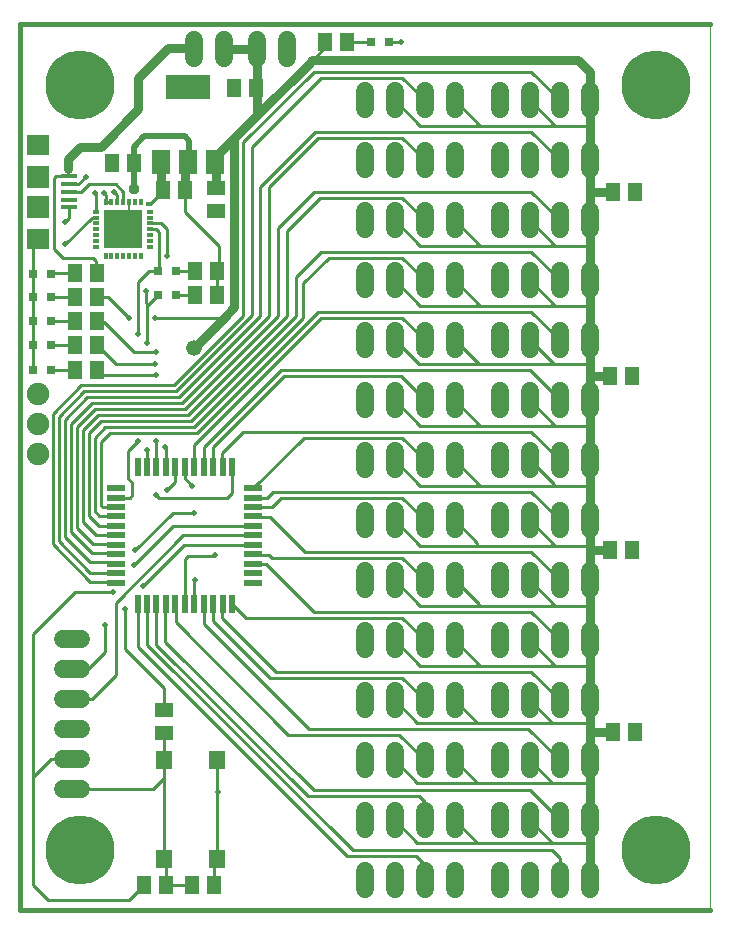
<source format=gtl>
G75*
%MOIN*%
%OFA0B0*%
%FSLAX25Y25*%
%IPPOS*%
%LPD*%
%AMOC8*
5,1,8,0,0,1.08239X$1,22.5*
%
%ADD10C,0.01600*%
%ADD11C,0.00100*%
%ADD12R,0.01969X0.05906*%
%ADD13R,0.05906X0.01969*%
%ADD14R,0.05118X0.05906*%
%ADD15R,0.03150X0.03150*%
%ADD16C,0.06000*%
%ADD17R,0.05906X0.05118*%
%ADD18R,0.05512X0.06300*%
%ADD19R,0.01181X0.02362*%
%ADD20R,0.02362X0.01181*%
%ADD21R,0.12992X0.12992*%
%ADD22R,0.01713X0.01713*%
%ADD23R,0.05512X0.01378*%
%ADD24R,0.07480X0.07087*%
%ADD25R,0.07480X0.07480*%
%ADD26C,0.07500*%
%ADD27C,0.23000*%
%ADD28R,0.05900X0.07900*%
%ADD29R,0.15000X0.07900*%
%ADD30C,0.00800*%
%ADD31C,0.01000*%
%ADD32C,0.01950*%
%ADD33C,0.03000*%
%ADD34C,0.01800*%
%ADD35C,0.03750*%
%ADD36C,0.02000*%
%ADD37C,0.05250*%
D10*
X0027500Y0001800D02*
X0027500Y0297076D01*
X0257500Y0297076D01*
X0257500Y0001800D02*
X0027500Y0001800D01*
D11*
X0257500Y0001800D02*
X0257500Y0297076D01*
D12*
X0098248Y0149635D03*
X0095098Y0149635D03*
X0091949Y0149635D03*
X0088799Y0149635D03*
X0085650Y0149635D03*
X0082500Y0149635D03*
X0079350Y0149635D03*
X0076201Y0149635D03*
X0073051Y0149635D03*
X0069902Y0149635D03*
X0066752Y0149635D03*
X0066752Y0103965D03*
X0069902Y0103965D03*
X0073051Y0103965D03*
X0076201Y0103965D03*
X0079350Y0103965D03*
X0082500Y0103965D03*
X0085650Y0103965D03*
X0088799Y0103965D03*
X0091949Y0103965D03*
X0095098Y0103965D03*
X0098248Y0103965D03*
D13*
X0105335Y0111052D03*
X0105335Y0114202D03*
X0105335Y0117351D03*
X0105335Y0120501D03*
X0105335Y0123650D03*
X0105335Y0126800D03*
X0105335Y0129950D03*
X0105335Y0133099D03*
X0105335Y0136249D03*
X0105335Y0139398D03*
X0105335Y0142548D03*
X0059665Y0142548D03*
X0059665Y0139398D03*
X0059665Y0136249D03*
X0059665Y0133099D03*
X0059665Y0129950D03*
X0059665Y0126800D03*
X0059665Y0123650D03*
X0059665Y0120501D03*
X0059665Y0117351D03*
X0059665Y0114202D03*
X0059665Y0111052D03*
D14*
X0053240Y0181800D03*
X0045760Y0181800D03*
X0045760Y0190300D03*
X0053240Y0190300D03*
X0053240Y0198300D03*
X0045760Y0198300D03*
X0045760Y0206300D03*
X0053240Y0206300D03*
X0053240Y0214300D03*
X0045760Y0214300D03*
X0075260Y0241800D03*
X0082740Y0241800D03*
X0065740Y0250800D03*
X0058260Y0250800D03*
X0085760Y0214800D03*
X0093240Y0214800D03*
X0093240Y0206800D03*
X0085760Y0206800D03*
X0098760Y0275800D03*
X0106240Y0275800D03*
X0129260Y0291300D03*
X0136740Y0291300D03*
X0225260Y0241300D03*
X0232740Y0241300D03*
X0231740Y0179800D03*
X0224260Y0179800D03*
X0224260Y0121800D03*
X0231740Y0121800D03*
X0232740Y0061300D03*
X0225260Y0061300D03*
X0092240Y0010300D03*
X0084760Y0010300D03*
X0076240Y0010300D03*
X0068760Y0010300D03*
D15*
X0037953Y0181800D03*
X0032047Y0181800D03*
X0032047Y0190300D03*
X0037953Y0190300D03*
X0037953Y0198300D03*
X0032047Y0198300D03*
X0032047Y0206300D03*
X0037953Y0206300D03*
X0037953Y0213800D03*
X0032047Y0213800D03*
X0073547Y0214800D03*
X0079453Y0214800D03*
X0079453Y0206800D03*
X0073547Y0206800D03*
X0144547Y0291300D03*
X0150453Y0291300D03*
D16*
X0152500Y0274800D02*
X0152500Y0268800D01*
X0162500Y0268800D02*
X0162500Y0274800D01*
X0172500Y0274800D02*
X0172500Y0268800D01*
X0172500Y0254800D02*
X0172500Y0248800D01*
X0162500Y0248800D02*
X0162500Y0254800D01*
X0152500Y0254800D02*
X0152500Y0248800D01*
X0142500Y0248800D02*
X0142500Y0254800D01*
X0142500Y0268800D02*
X0142500Y0274800D01*
X0116500Y0285800D02*
X0116500Y0291800D01*
X0106500Y0291800D02*
X0106500Y0285800D01*
X0095500Y0285800D02*
X0095500Y0291800D01*
X0085500Y0291800D02*
X0085500Y0285800D01*
X0142500Y0234800D02*
X0142500Y0228800D01*
X0152500Y0228800D02*
X0152500Y0234800D01*
X0162500Y0234800D02*
X0162500Y0228800D01*
X0172500Y0228800D02*
X0172500Y0234800D01*
X0187500Y0234800D02*
X0187500Y0228800D01*
X0197500Y0228800D02*
X0197500Y0234800D01*
X0207500Y0234800D02*
X0207500Y0228800D01*
X0217500Y0228800D02*
X0217500Y0234800D01*
X0217500Y0248800D02*
X0217500Y0254800D01*
X0207500Y0254800D02*
X0207500Y0248800D01*
X0197500Y0248800D02*
X0197500Y0254800D01*
X0187500Y0254800D02*
X0187500Y0248800D01*
X0187500Y0268800D02*
X0187500Y0274800D01*
X0197500Y0274800D02*
X0197500Y0268800D01*
X0207500Y0268800D02*
X0207500Y0274800D01*
X0217500Y0274800D02*
X0217500Y0268800D01*
X0217500Y0214800D02*
X0217500Y0208800D01*
X0207500Y0208800D02*
X0207500Y0214800D01*
X0197500Y0214800D02*
X0197500Y0208800D01*
X0187500Y0208800D02*
X0187500Y0214800D01*
X0172500Y0214800D02*
X0172500Y0208800D01*
X0162500Y0208800D02*
X0162500Y0214800D01*
X0152500Y0214800D02*
X0152500Y0208800D01*
X0142500Y0208800D02*
X0142500Y0214800D01*
X0142500Y0194800D02*
X0142500Y0188800D01*
X0152500Y0188800D02*
X0152500Y0194800D01*
X0162500Y0194800D02*
X0162500Y0188800D01*
X0172500Y0188800D02*
X0172500Y0194800D01*
X0187500Y0194800D02*
X0187500Y0188800D01*
X0197500Y0188800D02*
X0197500Y0194800D01*
X0207500Y0194800D02*
X0207500Y0188800D01*
X0217500Y0188800D02*
X0217500Y0194800D01*
X0217500Y0174800D02*
X0217500Y0168800D01*
X0207500Y0168800D02*
X0207500Y0174800D01*
X0197500Y0174800D02*
X0197500Y0168800D01*
X0187500Y0168800D02*
X0187500Y0174800D01*
X0172500Y0174800D02*
X0172500Y0168800D01*
X0162500Y0168800D02*
X0162500Y0174800D01*
X0152500Y0174800D02*
X0152500Y0168800D01*
X0142500Y0168800D02*
X0142500Y0174800D01*
X0142500Y0154800D02*
X0142500Y0148800D01*
X0152500Y0148800D02*
X0152500Y0154800D01*
X0162500Y0154800D02*
X0162500Y0148800D01*
X0172500Y0148800D02*
X0172500Y0154800D01*
X0187500Y0154800D02*
X0187500Y0148800D01*
X0197500Y0148800D02*
X0197500Y0154800D01*
X0207500Y0154800D02*
X0207500Y0148800D01*
X0217500Y0148800D02*
X0217500Y0154800D01*
X0217500Y0134800D02*
X0217500Y0128800D01*
X0207500Y0128800D02*
X0207500Y0134800D01*
X0197500Y0134800D02*
X0197500Y0128800D01*
X0187500Y0128800D02*
X0187500Y0134800D01*
X0172500Y0134800D02*
X0172500Y0128800D01*
X0162500Y0128800D02*
X0162500Y0134800D01*
X0152500Y0134800D02*
X0152500Y0128800D01*
X0142500Y0128800D02*
X0142500Y0134800D01*
X0142500Y0114800D02*
X0142500Y0108800D01*
X0152500Y0108800D02*
X0152500Y0114800D01*
X0162500Y0114800D02*
X0162500Y0108800D01*
X0172500Y0108800D02*
X0172500Y0114800D01*
X0187500Y0114800D02*
X0187500Y0108800D01*
X0197500Y0108800D02*
X0197500Y0114800D01*
X0207500Y0114800D02*
X0207500Y0108800D01*
X0217500Y0108800D02*
X0217500Y0114800D01*
X0217500Y0094800D02*
X0217500Y0088800D01*
X0207500Y0088800D02*
X0207500Y0094800D01*
X0197500Y0094800D02*
X0197500Y0088800D01*
X0187500Y0088800D02*
X0187500Y0094800D01*
X0172500Y0094800D02*
X0172500Y0088800D01*
X0162500Y0088800D02*
X0162500Y0094800D01*
X0152500Y0094800D02*
X0152500Y0088800D01*
X0142500Y0088800D02*
X0142500Y0094800D01*
X0142500Y0074800D02*
X0142500Y0068800D01*
X0152500Y0068800D02*
X0152500Y0074800D01*
X0162500Y0074800D02*
X0162500Y0068800D01*
X0172500Y0068800D02*
X0172500Y0074800D01*
X0187500Y0074800D02*
X0187500Y0068800D01*
X0197500Y0068800D02*
X0197500Y0074800D01*
X0207500Y0074800D02*
X0207500Y0068800D01*
X0217500Y0068800D02*
X0217500Y0074800D01*
X0217500Y0054800D02*
X0217500Y0048800D01*
X0207500Y0048800D02*
X0207500Y0054800D01*
X0197500Y0054800D02*
X0197500Y0048800D01*
X0187500Y0048800D02*
X0187500Y0054800D01*
X0172500Y0054800D02*
X0172500Y0048800D01*
X0162500Y0048800D02*
X0162500Y0054800D01*
X0152500Y0054800D02*
X0152500Y0048800D01*
X0142500Y0048800D02*
X0142500Y0054800D01*
X0142500Y0034800D02*
X0142500Y0028800D01*
X0152500Y0028800D02*
X0152500Y0034800D01*
X0162500Y0034800D02*
X0162500Y0028800D01*
X0172500Y0028800D02*
X0172500Y0034800D01*
X0187500Y0034800D02*
X0187500Y0028800D01*
X0197500Y0028800D02*
X0197500Y0034800D01*
X0207500Y0034800D02*
X0207500Y0028800D01*
X0217500Y0028800D02*
X0217500Y0034800D01*
X0217500Y0014800D02*
X0217500Y0008800D01*
X0207500Y0008800D02*
X0207500Y0014800D01*
X0197500Y0014800D02*
X0197500Y0008800D01*
X0187500Y0008800D02*
X0187500Y0014800D01*
X0172500Y0014800D02*
X0172500Y0008800D01*
X0162500Y0008800D02*
X0162500Y0014800D01*
X0152500Y0014800D02*
X0152500Y0008800D01*
X0142500Y0008800D02*
X0142500Y0014800D01*
X0048000Y0042300D02*
X0042000Y0042300D01*
X0042000Y0052300D02*
X0048000Y0052300D01*
X0048000Y0062300D02*
X0042000Y0062300D01*
X0042000Y0072300D02*
X0048000Y0072300D01*
X0048000Y0082300D02*
X0042000Y0082300D01*
X0042000Y0092300D02*
X0048000Y0092300D01*
D17*
X0075500Y0068540D03*
X0075500Y0061060D03*
X0093000Y0235060D03*
X0093000Y0242540D03*
D18*
X0093358Y0051835D03*
X0075642Y0051835D03*
X0075642Y0018765D03*
X0093358Y0018765D03*
D19*
X0067906Y0219745D03*
X0065937Y0219745D03*
X0063969Y0219745D03*
X0062000Y0219745D03*
X0060031Y0219745D03*
X0058063Y0219745D03*
X0056094Y0219745D03*
X0056094Y0237855D03*
X0058063Y0237855D03*
X0060031Y0237855D03*
X0062000Y0237855D03*
X0063969Y0237855D03*
X0065937Y0237855D03*
X0067906Y0237855D03*
D20*
X0071055Y0234706D03*
X0071055Y0232737D03*
X0071055Y0230769D03*
X0071055Y0228800D03*
X0071055Y0226831D03*
X0071055Y0224863D03*
X0071055Y0222894D03*
X0052945Y0222894D03*
X0052945Y0224863D03*
X0052945Y0226831D03*
X0052945Y0228800D03*
X0052945Y0230769D03*
X0052945Y0232737D03*
X0052945Y0234706D03*
D21*
X0062000Y0228800D03*
D22*
X0070278Y0237078D03*
D23*
X0043933Y0236182D03*
X0043933Y0238741D03*
X0043933Y0241300D03*
X0043933Y0243859D03*
X0043933Y0246418D03*
D24*
X0033500Y0257048D03*
X0033500Y0225552D03*
D25*
X0033500Y0236300D03*
X0033500Y0246300D03*
D26*
X0033500Y0173800D03*
X0033500Y0163800D03*
X0033500Y0153800D03*
D27*
X0047500Y0276800D03*
X0239500Y0276800D03*
X0239500Y0021800D03*
X0047500Y0021800D03*
D28*
X0074600Y0251400D03*
X0083600Y0251400D03*
X0092600Y0251400D03*
D29*
X0083500Y0276200D03*
D30*
X0063969Y0237855D02*
X0063969Y0231300D01*
X0066500Y0232800D01*
X0063969Y0231300D02*
X0061469Y0233269D01*
X0062000Y0228800D01*
D31*
X0071055Y0228800D02*
X0073000Y0228800D01*
X0074000Y0227800D01*
X0074000Y0215253D01*
X0073547Y0214800D01*
X0070500Y0214800D01*
X0067000Y0211300D01*
X0067000Y0193800D01*
X0070000Y0190800D02*
X0070000Y0203253D01*
X0070274Y0203526D01*
X0069500Y0204300D01*
X0069500Y0208300D01*
X0073547Y0206800D02*
X0070274Y0203526D01*
X0072500Y0199300D02*
X0095500Y0199300D01*
X0102000Y0199800D02*
X0102000Y0257800D01*
X0125500Y0281300D01*
X0198000Y0281300D01*
X0207500Y0271800D01*
X0206000Y0263300D02*
X0197500Y0271800D01*
X0198000Y0261300D02*
X0126000Y0261300D01*
X0107500Y0242800D01*
X0107500Y0199800D01*
X0080500Y0172800D01*
X0050000Y0172800D01*
X0042500Y0165300D01*
X0042500Y0126300D01*
X0051000Y0117800D01*
X0059217Y0117800D01*
X0059665Y0117351D01*
X0059567Y0114300D02*
X0051000Y0114300D01*
X0040500Y0124800D01*
X0040500Y0166300D01*
X0049000Y0174800D01*
X0079500Y0174800D01*
X0105000Y0200300D01*
X0105000Y0256300D01*
X0128000Y0279300D01*
X0155000Y0279300D01*
X0162500Y0271800D01*
X0161000Y0263300D02*
X0181000Y0263300D01*
X0172500Y0271800D01*
X0181000Y0263300D02*
X0206000Y0263300D01*
X0217500Y0263300D01*
X0207500Y0251800D02*
X0198000Y0261300D01*
X0198000Y0241300D02*
X0125500Y0241300D01*
X0113500Y0229300D01*
X0113500Y0199800D01*
X0082500Y0168800D01*
X0052500Y0168800D01*
X0046500Y0162800D01*
X0046500Y0129300D01*
X0052000Y0123800D01*
X0059516Y0123800D01*
X0059665Y0123650D01*
X0059366Y0120800D02*
X0051500Y0120800D01*
X0044500Y0127800D01*
X0044500Y0163800D01*
X0051500Y0170800D01*
X0081500Y0170800D01*
X0110500Y0199800D01*
X0110500Y0242800D01*
X0127000Y0259300D01*
X0155000Y0259300D01*
X0162500Y0251800D01*
X0161000Y0263300D02*
X0152500Y0271800D01*
X0154500Y0291300D02*
X0150453Y0291300D01*
X0144547Y0291300D02*
X0136740Y0291300D01*
X0129260Y0291300D02*
X0129260Y0289560D01*
X0123750Y0284050D01*
X0127500Y0239300D02*
X0116500Y0228300D01*
X0116500Y0199800D01*
X0083500Y0166800D01*
X0053500Y0166800D01*
X0048500Y0161800D01*
X0048500Y0131300D01*
X0053000Y0126800D01*
X0059665Y0126800D01*
X0059516Y0129800D02*
X0059665Y0129950D01*
X0053850Y0129950D01*
X0050500Y0133300D01*
X0050500Y0160800D01*
X0054500Y0164800D01*
X0084500Y0164800D01*
X0119500Y0199800D01*
X0119500Y0212800D01*
X0128000Y0221300D01*
X0198000Y0221300D01*
X0207500Y0211800D01*
X0206000Y0203300D02*
X0197500Y0211800D01*
X0198000Y0201300D02*
X0127000Y0201300D01*
X0086500Y0160800D01*
X0057500Y0160800D01*
X0054500Y0157800D01*
X0054500Y0136800D01*
X0055051Y0136249D01*
X0059665Y0136249D01*
X0059614Y0136300D01*
X0059465Y0133300D02*
X0054000Y0133300D01*
X0052500Y0134800D01*
X0052500Y0159300D01*
X0056000Y0162800D01*
X0085500Y0162800D01*
X0122000Y0199300D01*
X0122000Y0210800D01*
X0130500Y0219300D01*
X0155000Y0219300D01*
X0162500Y0211800D01*
X0161000Y0203300D02*
X0181000Y0203300D01*
X0172500Y0211800D01*
X0181000Y0203300D02*
X0206000Y0203300D01*
X0217500Y0203300D01*
X0207500Y0191800D02*
X0198000Y0201300D01*
X0197500Y0191800D02*
X0205500Y0183800D01*
X0217500Y0183800D01*
X0205500Y0183800D02*
X0180500Y0183800D01*
X0172500Y0191800D01*
X0162500Y0191800D02*
X0155000Y0199300D01*
X0128000Y0199300D01*
X0085500Y0156800D01*
X0085500Y0149784D01*
X0085650Y0149635D01*
X0088799Y0149635D02*
X0089000Y0149835D01*
X0089000Y0156300D01*
X0114500Y0181800D01*
X0197500Y0181800D01*
X0207500Y0171800D01*
X0206000Y0163300D02*
X0197500Y0171800D01*
X0206000Y0163300D02*
X0217500Y0163300D01*
X0206000Y0163300D02*
X0181000Y0163300D01*
X0172500Y0171800D01*
X0162500Y0171800D02*
X0154500Y0179800D01*
X0115500Y0179800D01*
X0092000Y0156300D01*
X0092000Y0149686D01*
X0091949Y0149635D01*
X0095000Y0149733D02*
X0095000Y0154300D01*
X0102000Y0161300D01*
X0198000Y0161300D01*
X0207500Y0151800D01*
X0205500Y0143800D02*
X0205500Y0143300D01*
X0217500Y0143300D01*
X0205500Y0143300D02*
X0181000Y0143300D01*
X0172500Y0151800D01*
X0162500Y0151800D02*
X0155000Y0159300D01*
X0122087Y0159300D01*
X0105335Y0142548D01*
X0105335Y0139398D02*
X0105433Y0139300D01*
X0110000Y0139300D01*
X0112000Y0141300D01*
X0198000Y0141300D01*
X0207500Y0131800D01*
X0206000Y0123300D02*
X0197500Y0131800D01*
X0206000Y0123300D02*
X0217500Y0123300D01*
X0206000Y0123300D02*
X0180000Y0123300D01*
X0180000Y0124300D01*
X0172500Y0131800D01*
X0162500Y0131800D02*
X0155000Y0139300D01*
X0114500Y0139300D01*
X0111500Y0136300D01*
X0105386Y0136300D01*
X0105335Y0136249D01*
X0105335Y0133099D02*
X0105634Y0132800D01*
X0111000Y0132800D01*
X0122500Y0121300D01*
X0198000Y0121300D01*
X0207500Y0111800D01*
X0206000Y0103300D02*
X0197500Y0111800D01*
X0206000Y0103300D02*
X0217500Y0103300D01*
X0206000Y0103300D02*
X0180500Y0103300D01*
X0180500Y0103800D01*
X0172500Y0111800D01*
X0162500Y0111800D02*
X0155000Y0119300D01*
X0111500Y0119300D01*
X0110500Y0120300D01*
X0105535Y0120300D01*
X0105335Y0120501D01*
X0105335Y0123650D02*
X0082350Y0123650D01*
X0068500Y0109800D01*
X0069902Y0103965D02*
X0069902Y0090398D01*
X0138500Y0021800D01*
X0205000Y0021800D01*
X0207500Y0019300D01*
X0207500Y0011800D01*
X0205000Y0024300D02*
X0197500Y0031800D01*
X0197500Y0041800D02*
X0125500Y0041800D01*
X0076000Y0091300D01*
X0076000Y0103765D01*
X0076201Y0103965D01*
X0079350Y0103965D02*
X0079500Y0103816D01*
X0079500Y0097800D01*
X0117000Y0060300D01*
X0154000Y0060300D01*
X0162500Y0051800D01*
X0160000Y0044300D02*
X0180000Y0044300D01*
X0172500Y0051800D01*
X0180000Y0044300D02*
X0205000Y0044300D01*
X0197500Y0051800D01*
X0207500Y0051800D02*
X0197000Y0062300D01*
X0124000Y0062300D01*
X0089000Y0097300D01*
X0089000Y0103765D01*
X0088799Y0103965D01*
X0085650Y0103965D02*
X0085650Y0111450D01*
X0086000Y0111800D01*
X0082500Y0118800D02*
X0083500Y0119800D01*
X0092000Y0119800D01*
X0092500Y0120300D01*
X0082500Y0118800D02*
X0082500Y0103965D01*
X0073051Y0103965D02*
X0073000Y0103914D01*
X0073000Y0090300D01*
X0123500Y0039800D01*
X0160500Y0039800D01*
X0162500Y0037800D01*
X0162500Y0031800D01*
X0160000Y0024300D02*
X0180000Y0024300D01*
X0172500Y0031800D01*
X0180000Y0024300D02*
X0205000Y0024300D01*
X0217500Y0024300D01*
X0207500Y0031800D02*
X0197500Y0041800D01*
X0205000Y0044300D02*
X0217500Y0044300D01*
X0217500Y0064300D02*
X0205000Y0064300D01*
X0197500Y0071800D01*
X0198000Y0081300D02*
X0113000Y0081300D01*
X0095000Y0099300D01*
X0095000Y0103867D01*
X0095098Y0103965D01*
X0092000Y0103914D02*
X0091949Y0103965D01*
X0092000Y0103914D02*
X0092000Y0098300D01*
X0111000Y0079300D01*
X0155000Y0079300D01*
X0162500Y0071800D01*
X0160000Y0064300D02*
X0180000Y0064300D01*
X0172500Y0071800D01*
X0180000Y0064300D02*
X0205000Y0064300D01*
X0207500Y0071800D02*
X0198000Y0081300D01*
X0206000Y0083300D02*
X0197500Y0091800D01*
X0198000Y0101300D02*
X0125500Y0101300D01*
X0109500Y0117300D01*
X0105386Y0117300D01*
X0105335Y0117351D01*
X0105335Y0126800D02*
X0082000Y0126800D01*
X0059500Y0104300D01*
X0059500Y0080300D01*
X0051500Y0072300D01*
X0045000Y0072300D01*
X0045500Y0081800D02*
X0045000Y0082300D01*
X0045500Y0081800D02*
X0050000Y0081800D01*
X0056000Y0087800D01*
X0056000Y0096800D01*
X0062500Y0102300D02*
X0062500Y0088800D01*
X0075500Y0075800D01*
X0075500Y0068540D01*
X0075500Y0061060D02*
X0075642Y0060918D01*
X0075642Y0051835D01*
X0075642Y0018765D01*
X0076240Y0018166D01*
X0076240Y0010300D01*
X0084760Y0010300D01*
X0092240Y0010300D02*
X0092240Y0017646D01*
X0093358Y0018765D01*
X0093358Y0051835D01*
X0093358Y0041942D01*
X0093500Y0041300D01*
X0075500Y0045800D02*
X0075500Y0051694D01*
X0075642Y0051835D01*
X0075500Y0045800D02*
X0072000Y0042300D01*
X0045000Y0042300D01*
X0045000Y0052300D02*
X0038000Y0052300D01*
X0032000Y0046300D01*
X0032000Y0093800D01*
X0046000Y0107800D01*
X0058500Y0107800D01*
X0059665Y0111052D02*
X0059417Y0111300D01*
X0051000Y0111300D01*
X0038500Y0123800D01*
X0038500Y0167300D01*
X0048000Y0176800D01*
X0079000Y0176800D01*
X0102000Y0199800D01*
X0093240Y0206800D02*
X0093240Y0214800D01*
X0094000Y0215560D01*
X0094000Y0223300D01*
X0082740Y0234560D01*
X0082740Y0241800D01*
X0075500Y0241800D02*
X0070778Y0237078D01*
X0070278Y0237078D01*
X0071055Y0230769D02*
X0074531Y0230769D01*
X0076500Y0228800D01*
X0076500Y0219800D01*
X0079453Y0214800D02*
X0085760Y0214800D01*
X0085760Y0206800D02*
X0079453Y0206800D01*
X0064000Y0199300D02*
X0057000Y0206300D01*
X0053240Y0206300D01*
X0045760Y0206300D02*
X0037953Y0206300D01*
X0032047Y0206300D02*
X0032047Y0213800D01*
X0032047Y0224099D01*
X0033500Y0225552D01*
X0033500Y0225300D01*
X0039000Y0222300D02*
X0042000Y0219300D01*
X0052000Y0219300D01*
X0053000Y0218300D01*
X0053000Y0214540D01*
X0053240Y0214300D01*
X0045760Y0214300D02*
X0038453Y0214300D01*
X0037953Y0213800D01*
X0032047Y0206300D02*
X0032047Y0198300D01*
X0032047Y0190300D01*
X0032047Y0181800D01*
X0037953Y0181800D02*
X0045760Y0181800D01*
X0053240Y0181800D02*
X0054740Y0180300D01*
X0073000Y0180300D01*
X0072500Y0183800D02*
X0059740Y0183800D01*
X0053240Y0190300D01*
X0045760Y0190300D02*
X0037953Y0190300D01*
X0037953Y0198300D02*
X0045760Y0198300D01*
X0053240Y0198300D02*
X0053740Y0197800D01*
X0055500Y0197800D01*
X0065500Y0187800D01*
X0073000Y0187800D01*
X0073000Y0158300D02*
X0073051Y0158249D01*
X0073051Y0149635D01*
X0069902Y0149635D02*
X0069902Y0155202D01*
X0070000Y0155300D01*
X0067000Y0158300D02*
X0063500Y0154800D01*
X0063500Y0145800D01*
X0065000Y0144300D01*
X0065000Y0140300D01*
X0064098Y0139398D01*
X0059665Y0139398D01*
X0059465Y0133300D02*
X0059665Y0133099D01*
X0059366Y0120800D02*
X0059665Y0120501D01*
X0059567Y0114300D02*
X0059665Y0114202D01*
X0065500Y0116800D02*
X0078650Y0129950D01*
X0105335Y0129950D01*
X0096500Y0139300D02*
X0074000Y0139300D01*
X0073000Y0140300D01*
X0076500Y0141800D02*
X0079350Y0144650D01*
X0079350Y0149635D01*
X0076201Y0149635D02*
X0076201Y0156099D01*
X0076000Y0156300D01*
X0082500Y0149635D02*
X0082500Y0145800D01*
X0085000Y0143300D01*
X0085500Y0134300D02*
X0078500Y0134300D01*
X0066000Y0121800D01*
X0066752Y0103965D02*
X0066752Y0089548D01*
X0136500Y0019800D01*
X0159500Y0019800D01*
X0162500Y0016800D01*
X0162500Y0011800D01*
X0160000Y0024300D02*
X0152500Y0031800D01*
X0160000Y0044300D02*
X0152500Y0051800D01*
X0160000Y0064300D02*
X0152500Y0071800D01*
X0161000Y0083300D02*
X0181000Y0083300D01*
X0172500Y0091800D01*
X0162500Y0091800D02*
X0155000Y0099300D01*
X0102913Y0099300D01*
X0098248Y0103965D01*
X0096500Y0139300D02*
X0098248Y0141048D01*
X0098248Y0149635D01*
X0095098Y0149635D02*
X0095000Y0149733D01*
X0152500Y0151800D02*
X0161000Y0143300D01*
X0181000Y0143300D01*
X0197500Y0151800D02*
X0205500Y0143800D01*
X0181000Y0163300D02*
X0161000Y0163300D01*
X0152500Y0171800D01*
X0160500Y0183800D02*
X0180500Y0183800D01*
X0160500Y0183800D02*
X0152500Y0191800D01*
X0161000Y0203300D02*
X0152500Y0211800D01*
X0161000Y0223300D02*
X0181000Y0223300D01*
X0172500Y0231800D01*
X0162500Y0231800D02*
X0155000Y0239300D01*
X0127500Y0239300D01*
X0152500Y0231800D02*
X0161000Y0223300D01*
X0181000Y0223300D02*
X0206000Y0223300D01*
X0197500Y0231800D01*
X0198000Y0241300D02*
X0207500Y0231800D01*
X0206000Y0223300D02*
X0217500Y0223300D01*
X0152500Y0131800D02*
X0161000Y0123300D01*
X0180000Y0123300D01*
X0180500Y0103300D02*
X0161000Y0103300D01*
X0152500Y0111800D01*
X0152500Y0091800D02*
X0161000Y0083300D01*
X0181000Y0083300D02*
X0206000Y0083300D01*
X0217500Y0083300D01*
X0207500Y0091800D02*
X0198000Y0101300D01*
X0068760Y0010300D02*
X0063760Y0005300D01*
X0037000Y0005300D01*
X0032000Y0010300D01*
X0032000Y0046300D01*
X0039000Y0222300D02*
X0039000Y0245800D01*
X0039618Y0246418D01*
X0043933Y0246418D01*
X0043500Y0246851D01*
X0043500Y0248800D01*
X0043933Y0243859D02*
X0047059Y0243859D01*
X0049500Y0246300D01*
X0050500Y0243800D02*
X0048000Y0241300D01*
X0043933Y0241300D01*
X0043933Y0236182D02*
X0043933Y0232733D01*
X0042500Y0231300D01*
X0042500Y0223800D02*
X0051437Y0232737D01*
X0052945Y0232737D01*
X0052945Y0234706D02*
X0052945Y0240355D01*
X0052500Y0240800D01*
X0055500Y0240800D02*
X0056094Y0240206D01*
X0056094Y0237855D01*
X0058063Y0237855D01*
X0060031Y0237855D02*
X0060031Y0240269D01*
X0059000Y0241300D01*
X0059500Y0243800D02*
X0050500Y0243800D01*
X0058000Y0250800D02*
X0058260Y0250800D01*
X0059500Y0243800D02*
X0062000Y0241300D01*
X0062000Y0237855D01*
X0065740Y0250800D02*
X0065740Y0251060D01*
X0065500Y0251300D01*
X0033500Y0257048D02*
X0033248Y0257048D01*
X0033000Y0256800D01*
D32*
X0033000Y0256800D03*
X0043500Y0248800D03*
X0049500Y0246300D03*
X0052500Y0240800D03*
X0055500Y0240800D03*
X0059000Y0241300D03*
X0058000Y0250800D03*
X0075500Y0241800D03*
X0093000Y0235300D03*
X0076500Y0219800D03*
X0069500Y0208300D03*
X0072500Y0199300D03*
X0067000Y0193800D03*
X0070000Y0190800D03*
X0073000Y0187800D03*
X0072500Y0183800D03*
X0073000Y0180300D03*
X0064000Y0199300D03*
X0042500Y0223800D03*
X0042500Y0231300D03*
X0033500Y0225300D03*
X0099000Y0275800D03*
X0154500Y0291300D03*
X0232500Y0241800D03*
X0232000Y0179800D03*
X0232000Y0121800D03*
X0232500Y0061300D03*
X0093500Y0041300D03*
X0056000Y0096800D03*
X0062500Y0102300D03*
X0058500Y0107800D03*
X0068500Y0109800D03*
X0065500Y0116800D03*
X0066000Y0121800D03*
X0073000Y0140300D03*
X0076500Y0141800D03*
X0085000Y0143300D03*
X0085500Y0134300D03*
X0092500Y0120300D03*
X0086000Y0111800D03*
X0070000Y0155300D03*
X0067000Y0158300D03*
X0073000Y0158300D03*
X0076000Y0156300D03*
D33*
X0085500Y0189300D02*
X0095500Y0199300D01*
X0099000Y0202800D01*
X0099000Y0259300D01*
X0094000Y0254300D01*
X0094000Y0252800D01*
X0092600Y0251400D01*
X0093000Y0251000D01*
X0093000Y0242540D01*
X0093000Y0235300D02*
X0093000Y0235060D01*
X0082740Y0241800D02*
X0082740Y0250540D01*
X0083600Y0251400D01*
X0074600Y0251400D02*
X0074600Y0242460D01*
X0075260Y0241800D01*
X0075500Y0241800D01*
X0054500Y0256300D02*
X0067000Y0268800D01*
X0067000Y0279300D01*
X0077000Y0289300D01*
X0085000Y0289300D01*
X0085500Y0288800D01*
X0095500Y0288800D02*
X0106500Y0288800D01*
X0106500Y0275800D01*
X0106240Y0275800D01*
X0106500Y0275800D02*
X0106500Y0266800D01*
X0123750Y0284050D01*
X0125000Y0285300D01*
X0213500Y0285300D01*
X0217500Y0281300D01*
X0217500Y0271800D01*
X0217500Y0263300D01*
X0217500Y0251800D01*
X0217500Y0242300D01*
X0218500Y0241300D01*
X0225260Y0241300D01*
X0232500Y0241800D02*
X0232740Y0241560D01*
X0232740Y0241300D01*
X0217500Y0242300D02*
X0217500Y0231800D01*
X0217500Y0223300D01*
X0217500Y0211800D01*
X0217500Y0203300D01*
X0217500Y0191800D01*
X0217500Y0183800D01*
X0217500Y0180800D01*
X0218500Y0179800D01*
X0224260Y0179800D01*
X0217500Y0180800D02*
X0217500Y0171800D01*
X0217500Y0163300D01*
X0217500Y0151800D01*
X0217500Y0143300D01*
X0217500Y0131800D01*
X0217500Y0123300D01*
X0217500Y0121800D01*
X0224260Y0121800D01*
X0217500Y0121800D02*
X0217500Y0111800D01*
X0217500Y0103300D01*
X0217500Y0091800D01*
X0217500Y0083300D01*
X0217500Y0071800D01*
X0217500Y0064300D01*
X0217500Y0061300D01*
X0225260Y0061300D01*
X0232500Y0061300D02*
X0232740Y0061300D01*
X0217500Y0061300D02*
X0217500Y0051800D01*
X0217500Y0044300D01*
X0217500Y0031800D01*
X0217500Y0024300D01*
X0217500Y0011800D01*
X0231740Y0121800D02*
X0232000Y0121800D01*
X0231740Y0179800D02*
X0232000Y0179800D01*
X0106500Y0266800D02*
X0099000Y0259300D01*
X0099000Y0275800D02*
X0098760Y0275800D01*
X0054500Y0256300D02*
X0047500Y0256300D01*
X0043500Y0252300D01*
X0043500Y0248800D01*
D34*
X0057500Y0232800D03*
X0057500Y0224300D03*
X0066500Y0224300D03*
X0066500Y0232800D03*
D35*
X0065500Y0242300D03*
D36*
X0065500Y0251300D01*
X0065500Y0256300D01*
X0069000Y0259800D01*
X0082500Y0259800D01*
X0084000Y0258300D01*
X0084000Y0251800D01*
X0083600Y0251400D01*
D37*
X0085500Y0189300D03*
M02*

</source>
